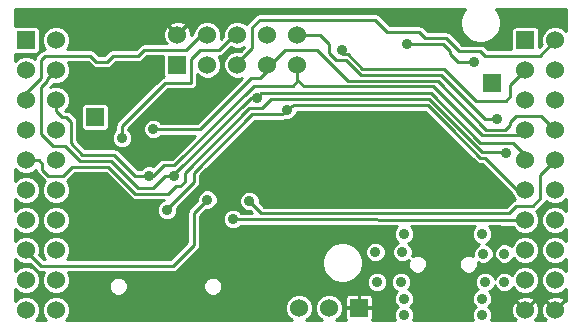
<source format=gbl>
G04 (created by PCBNEW (2013-07-07 BZR 4022)-stable) date 29/12/2013 19:41:28*
%MOIN*%
G04 Gerber Fmt 3.4, Leading zero omitted, Abs format*
%FSLAX34Y34*%
G01*
G70*
G90*
G04 APERTURE LIST*
%ADD10C,0.00590551*%
%ADD11R,0.06X0.06*%
%ADD12C,0.06*%
%ADD13C,0.035*%
%ADD14C,0.01*%
%ADD15C,0.00984252*%
G04 APERTURE END LIST*
G54D10*
G54D11*
X81100Y-69900D03*
G54D12*
X80100Y-69900D03*
X79100Y-69900D03*
G54D11*
X70000Y-60984D03*
G54D12*
X71000Y-60984D03*
X70000Y-61984D03*
X71000Y-61984D03*
X70000Y-62984D03*
X71000Y-62984D03*
X70000Y-63984D03*
X71000Y-63984D03*
X70000Y-64984D03*
X71000Y-64984D03*
X70000Y-65984D03*
X71000Y-65984D03*
X70000Y-66984D03*
X71000Y-66984D03*
X70000Y-67984D03*
X71000Y-67984D03*
X70000Y-68984D03*
X71000Y-68984D03*
X70000Y-69984D03*
X71000Y-69984D03*
G54D11*
X86650Y-60984D03*
G54D12*
X87650Y-60984D03*
X86650Y-61984D03*
X87650Y-61984D03*
X86650Y-62984D03*
X87650Y-62984D03*
X86650Y-63984D03*
X87650Y-63984D03*
X86650Y-64984D03*
X87650Y-64984D03*
X86650Y-65984D03*
X87650Y-65984D03*
X86650Y-66984D03*
X87650Y-66984D03*
X86650Y-67984D03*
X87650Y-67984D03*
X86650Y-68984D03*
X87650Y-68984D03*
X86650Y-69984D03*
X87650Y-69984D03*
G54D11*
X85550Y-62400D03*
X75050Y-61800D03*
G54D12*
X75050Y-60800D03*
X76050Y-61800D03*
X76050Y-60800D03*
X77050Y-61800D03*
X77050Y-60800D03*
X78050Y-61800D03*
X78050Y-60800D03*
X79050Y-61800D03*
X79050Y-60800D03*
G54D11*
X72300Y-63550D03*
G54D13*
X73200Y-64250D03*
X80550Y-61300D03*
X85700Y-63600D03*
X86000Y-64750D03*
X76900Y-66950D03*
X74250Y-63950D03*
X77700Y-62900D03*
X74950Y-65500D03*
X74100Y-65500D03*
X78700Y-63300D03*
X74700Y-66650D03*
X84950Y-61700D03*
X82700Y-61100D03*
X76050Y-66300D03*
X77450Y-66350D03*
X72400Y-69500D03*
X77600Y-69500D03*
X77600Y-68500D03*
X71850Y-65550D03*
X77300Y-65050D03*
X77700Y-65450D03*
X71800Y-69500D03*
X72400Y-69000D03*
X77600Y-69000D03*
X78300Y-69500D03*
X83875Y-68550D03*
X77100Y-68200D03*
X78400Y-67600D03*
X73150Y-62700D03*
X72500Y-60550D03*
X72450Y-61300D03*
X76150Y-62975D03*
X80450Y-63900D03*
X82700Y-63900D03*
X85200Y-70150D03*
X85200Y-69600D03*
X81700Y-69050D03*
X82500Y-69050D03*
X82600Y-69600D03*
X82600Y-70150D03*
X82600Y-67450D03*
X85200Y-67450D03*
X85250Y-68100D03*
X85950Y-69050D03*
X85300Y-69050D03*
X85950Y-68100D03*
X82550Y-68050D03*
X81650Y-68050D03*
G54D14*
X76050Y-60800D02*
X75850Y-60800D01*
X72350Y-61700D02*
X72700Y-61700D01*
X72700Y-61700D02*
X72900Y-61500D01*
X72900Y-61500D02*
X73750Y-61500D01*
X72150Y-61500D02*
X72350Y-61700D01*
X70650Y-61500D02*
X72150Y-61500D01*
X70500Y-62250D02*
X70500Y-61650D01*
X70000Y-62750D02*
X70500Y-62250D01*
X70000Y-62750D02*
X70000Y-62984D01*
X70500Y-61650D02*
X70650Y-61500D01*
X73950Y-61300D02*
X73750Y-61500D01*
X75350Y-61300D02*
X73950Y-61300D01*
X75850Y-60800D02*
X75350Y-61300D01*
X77550Y-60650D02*
X77550Y-60550D01*
X87134Y-61500D02*
X87650Y-60984D01*
X85300Y-61500D02*
X87134Y-61500D01*
X85150Y-61350D02*
X85300Y-61500D01*
X84450Y-61350D02*
X85150Y-61350D01*
X84000Y-60900D02*
X84450Y-61350D01*
X83300Y-60900D02*
X84000Y-60900D01*
X83100Y-60700D02*
X83300Y-60900D01*
X82050Y-60700D02*
X83100Y-60700D01*
X81650Y-60300D02*
X82050Y-60700D01*
X77800Y-60300D02*
X81650Y-60300D01*
X77550Y-60550D02*
X77800Y-60300D01*
X77050Y-61800D02*
X77050Y-61750D01*
X77550Y-61250D02*
X77550Y-60650D01*
X77550Y-60650D02*
X77550Y-60630D01*
X77050Y-61750D02*
X77550Y-61250D01*
X75500Y-62400D02*
X74650Y-62400D01*
X76950Y-60800D02*
X76450Y-61300D01*
X76450Y-61300D02*
X75800Y-61300D01*
X75800Y-61300D02*
X75500Y-61600D01*
X75500Y-61600D02*
X75500Y-62400D01*
X76950Y-60800D02*
X77050Y-60800D01*
X73200Y-63850D02*
X73200Y-64250D01*
X74650Y-62400D02*
X73200Y-63850D01*
X81215Y-61934D02*
X83934Y-61934D01*
X86150Y-62484D02*
X86650Y-61984D01*
X86150Y-62850D02*
X86150Y-62484D01*
X86000Y-63000D02*
X86150Y-62850D01*
X85000Y-63000D02*
X86000Y-63000D01*
X83934Y-61934D02*
X85000Y-63000D01*
X80550Y-61300D02*
X80430Y-61300D01*
X80730Y-61450D02*
X81215Y-61934D01*
X80580Y-61450D02*
X80730Y-61450D01*
X80430Y-61300D02*
X80580Y-61450D01*
X81215Y-61934D02*
X81230Y-61950D01*
X79050Y-60800D02*
X79800Y-60800D01*
X83850Y-62150D02*
X81175Y-62150D01*
X83850Y-62150D02*
X85300Y-63600D01*
X85300Y-63600D02*
X85700Y-63600D01*
X81175Y-62150D02*
X80675Y-61650D01*
X80350Y-61650D02*
X80675Y-61650D01*
X80100Y-61400D02*
X80350Y-61650D01*
X80100Y-61100D02*
X80100Y-61400D01*
X79800Y-60800D02*
X80100Y-61100D01*
X85200Y-64700D02*
X85950Y-64700D01*
X83445Y-62950D02*
X85195Y-64700D01*
X85195Y-64700D02*
X85200Y-64700D01*
X75300Y-65550D02*
X75300Y-65400D01*
X78180Y-62950D02*
X81100Y-62950D01*
X77880Y-63250D02*
X78180Y-62950D01*
X77450Y-63250D02*
X77880Y-63250D01*
X75300Y-65400D02*
X77450Y-63250D01*
X81100Y-62950D02*
X83445Y-62950D01*
X85950Y-64700D02*
X86000Y-64750D01*
X70000Y-64984D02*
X70434Y-64984D01*
X75300Y-65700D02*
X75300Y-65550D01*
X75300Y-65550D02*
X75300Y-65533D01*
X75150Y-65850D02*
X75300Y-65700D01*
X75000Y-65850D02*
X75150Y-65850D01*
X74750Y-66100D02*
X75000Y-65850D01*
X73650Y-66100D02*
X74750Y-66100D01*
X72750Y-65200D02*
X73650Y-66100D01*
X71550Y-65200D02*
X72750Y-65200D01*
X71250Y-65500D02*
X71550Y-65200D01*
X70750Y-65500D02*
X71250Y-65500D01*
X70550Y-65300D02*
X70750Y-65500D01*
X70550Y-65100D02*
X70550Y-65300D01*
X70434Y-64984D02*
X70550Y-65100D01*
X76900Y-66950D02*
X86650Y-66984D01*
X79450Y-61300D02*
X79700Y-61300D01*
X78150Y-61800D02*
X78650Y-61300D01*
X78650Y-61300D02*
X79450Y-61300D01*
X78050Y-61800D02*
X78150Y-61800D01*
X87166Y-63500D02*
X87650Y-63984D01*
X86350Y-63500D02*
X87166Y-63500D01*
X86150Y-63700D02*
X86350Y-63500D01*
X86150Y-63800D02*
X86150Y-63700D01*
X85980Y-63969D02*
X86150Y-63800D01*
X85350Y-63969D02*
X85980Y-63969D01*
X83730Y-62350D02*
X85350Y-63969D01*
X80750Y-62350D02*
X83730Y-62350D01*
X79700Y-61300D02*
X80750Y-62350D01*
X78050Y-61800D02*
X78050Y-62000D01*
X75800Y-63950D02*
X74250Y-63950D01*
X77500Y-62250D02*
X75800Y-63950D01*
X77800Y-62250D02*
X77500Y-62250D01*
X78050Y-62000D02*
X77800Y-62250D01*
X74950Y-65500D02*
X74950Y-65450D01*
X77500Y-62900D02*
X77700Y-62900D01*
X74950Y-65450D02*
X77500Y-62900D01*
X86650Y-64984D02*
X86650Y-64800D01*
X86650Y-64800D02*
X86250Y-64400D01*
X86250Y-64400D02*
X85150Y-64400D01*
X85150Y-64400D02*
X83500Y-62750D01*
X83500Y-62750D02*
X77850Y-62750D01*
X77850Y-62750D02*
X77700Y-62900D01*
X70500Y-64100D02*
X70500Y-62550D01*
X74650Y-65500D02*
X74250Y-65900D01*
X74250Y-65900D02*
X73750Y-65900D01*
X73750Y-65900D02*
X72850Y-65000D01*
X72850Y-65000D02*
X71800Y-65000D01*
X71800Y-65000D02*
X71300Y-64500D01*
X71300Y-64500D02*
X70900Y-64500D01*
X70900Y-64500D02*
X70500Y-64100D01*
X74950Y-65500D02*
X74650Y-65500D01*
X70700Y-62284D02*
X71000Y-61984D01*
X70700Y-62350D02*
X70700Y-62284D01*
X70500Y-62550D02*
X70700Y-62350D01*
X74950Y-65500D02*
X75000Y-65500D01*
X80880Y-62530D02*
X79269Y-62530D01*
X86650Y-63984D02*
X86484Y-64150D01*
X85200Y-64150D02*
X86484Y-64150D01*
X83580Y-62530D02*
X85200Y-64150D01*
X80880Y-62530D02*
X83580Y-62530D01*
X79050Y-62310D02*
X79050Y-62350D01*
X79269Y-62530D02*
X79050Y-62310D01*
X74100Y-65500D02*
X74250Y-65500D01*
X79050Y-62350D02*
X79050Y-61800D01*
X78900Y-62500D02*
X79050Y-62350D01*
X77600Y-62500D02*
X78900Y-62500D01*
X74950Y-65150D02*
X77600Y-62500D01*
X74600Y-65150D02*
X74950Y-65150D01*
X74250Y-65500D02*
X74600Y-65150D01*
X79050Y-61800D02*
X79045Y-61800D01*
X71000Y-62984D02*
X71000Y-63350D01*
X73650Y-65500D02*
X74100Y-65500D01*
X72950Y-64800D02*
X73650Y-65500D01*
X71880Y-64800D02*
X72950Y-64800D01*
X71500Y-64419D02*
X71880Y-64800D01*
X71500Y-63700D02*
X71500Y-64419D01*
X71350Y-63550D02*
X71500Y-63700D01*
X71200Y-63550D02*
X71350Y-63550D01*
X71000Y-63350D02*
X71200Y-63550D01*
X74700Y-66650D02*
X74700Y-66600D01*
X78550Y-63450D02*
X78700Y-63300D01*
X77550Y-63450D02*
X78550Y-63450D01*
X75600Y-65400D02*
X77550Y-63450D01*
X75600Y-65700D02*
X75600Y-65400D01*
X74700Y-66600D02*
X75600Y-65700D01*
X86650Y-65984D02*
X86384Y-65984D01*
X78930Y-63150D02*
X83390Y-63150D01*
X78700Y-63300D02*
X78700Y-63280D01*
X78700Y-63280D02*
X78930Y-63150D01*
X83390Y-63150D02*
X84170Y-63929D01*
X85140Y-64900D02*
X84170Y-63929D01*
X85300Y-64900D02*
X85140Y-64900D01*
X86384Y-65984D02*
X85300Y-64900D01*
X82700Y-61100D02*
X83900Y-61100D01*
X84400Y-61700D02*
X84950Y-61700D01*
X84150Y-61450D02*
X84400Y-61700D01*
X84150Y-61350D02*
X84150Y-61450D01*
X83900Y-61100D02*
X84150Y-61350D01*
X70000Y-68000D02*
X70000Y-67984D01*
X70500Y-68500D02*
X74250Y-68500D01*
X70000Y-68000D02*
X70500Y-68500D01*
X74900Y-68500D02*
X74250Y-68500D01*
X75600Y-67800D02*
X74900Y-68500D01*
X75600Y-66750D02*
X75600Y-67800D01*
X76050Y-66300D02*
X75600Y-66750D01*
X78200Y-66750D02*
X77850Y-66750D01*
X86350Y-66500D02*
X86100Y-66750D01*
X86100Y-66750D02*
X78200Y-66750D01*
X87650Y-64984D02*
X87150Y-65484D01*
X87150Y-66250D02*
X87150Y-65484D01*
X86900Y-66500D02*
X87150Y-66250D01*
X86900Y-66500D02*
X86350Y-66500D01*
X77850Y-66750D02*
X77450Y-66350D01*
X77800Y-68200D02*
X77100Y-68200D01*
X78400Y-67600D02*
X77800Y-68200D01*
X73150Y-62700D02*
X73150Y-63375D01*
X72500Y-61250D02*
X72500Y-60550D01*
X72450Y-61300D02*
X72500Y-61250D01*
X74675Y-62975D02*
X76150Y-62975D01*
X73775Y-63875D02*
X74675Y-62975D01*
X73775Y-64300D02*
X73775Y-63875D01*
X73475Y-64600D02*
X73775Y-64300D01*
X73000Y-64600D02*
X73475Y-64600D01*
X72825Y-64425D02*
X73000Y-64600D01*
X72825Y-63700D02*
X72825Y-64425D01*
X73150Y-63375D02*
X72825Y-63700D01*
X80450Y-63900D02*
X82700Y-63900D01*
G54D10*
G36*
X77283Y-61209D02*
X77155Y-61337D01*
X77143Y-61332D01*
X76957Y-61332D01*
X76785Y-61403D01*
X76654Y-61534D01*
X76582Y-61706D01*
X76582Y-61892D01*
X76653Y-62064D01*
X76784Y-62195D01*
X76956Y-62267D01*
X77142Y-62267D01*
X77198Y-62244D01*
X75709Y-63732D01*
X74516Y-63732D01*
X74444Y-63659D01*
X74318Y-63607D01*
X74182Y-63607D01*
X74056Y-63659D01*
X73959Y-63755D01*
X73907Y-63881D01*
X73907Y-64017D01*
X73959Y-64143D01*
X74055Y-64240D01*
X74181Y-64292D01*
X74317Y-64292D01*
X74443Y-64240D01*
X74516Y-64167D01*
X75625Y-64167D01*
X74859Y-64932D01*
X74600Y-64932D01*
X74516Y-64949D01*
X74446Y-64996D01*
X74446Y-64996D01*
X74446Y-64996D01*
X74250Y-65191D01*
X74168Y-65157D01*
X74032Y-65157D01*
X73906Y-65209D01*
X73833Y-65282D01*
X73740Y-65282D01*
X73103Y-64646D01*
X73033Y-64599D01*
X72950Y-64582D01*
X72767Y-64582D01*
X72767Y-63816D01*
X72767Y-63216D01*
X72741Y-63155D01*
X72694Y-63108D01*
X72633Y-63082D01*
X72566Y-63082D01*
X71966Y-63082D01*
X71905Y-63108D01*
X71858Y-63155D01*
X71832Y-63216D01*
X71832Y-63283D01*
X71832Y-63883D01*
X71858Y-63944D01*
X71905Y-63991D01*
X71966Y-64017D01*
X72033Y-64017D01*
X72633Y-64017D01*
X72694Y-63991D01*
X72741Y-63944D01*
X72767Y-63883D01*
X72767Y-63816D01*
X72767Y-64582D01*
X71970Y-64582D01*
X71717Y-64329D01*
X71717Y-63700D01*
X71700Y-63616D01*
X71700Y-63616D01*
X71653Y-63546D01*
X71503Y-63396D01*
X71433Y-63349D01*
X71350Y-63332D01*
X71312Y-63332D01*
X71395Y-63249D01*
X71467Y-63077D01*
X71467Y-62891D01*
X71396Y-62719D01*
X71265Y-62588D01*
X71093Y-62516D01*
X70907Y-62516D01*
X70793Y-62563D01*
X70853Y-62503D01*
X70892Y-62445D01*
X70906Y-62451D01*
X71092Y-62451D01*
X71264Y-62380D01*
X71395Y-62249D01*
X71467Y-62077D01*
X71467Y-61891D01*
X71396Y-61719D01*
X71394Y-61717D01*
X72059Y-61717D01*
X72196Y-61853D01*
X72266Y-61900D01*
X72266Y-61900D01*
X72350Y-61917D01*
X72700Y-61917D01*
X72783Y-61900D01*
X72783Y-61900D01*
X72853Y-61853D01*
X72990Y-61717D01*
X73750Y-61717D01*
X73833Y-61700D01*
X73833Y-61700D01*
X73903Y-61653D01*
X74040Y-61517D01*
X74582Y-61517D01*
X74582Y-61533D01*
X74582Y-62133D01*
X74606Y-62191D01*
X74566Y-62199D01*
X74496Y-62246D01*
X73046Y-63696D01*
X72999Y-63766D01*
X72982Y-63850D01*
X72982Y-63983D01*
X72909Y-64055D01*
X72857Y-64181D01*
X72857Y-64317D01*
X72909Y-64443D01*
X73005Y-64540D01*
X73131Y-64592D01*
X73267Y-64592D01*
X73393Y-64540D01*
X73490Y-64444D01*
X73542Y-64318D01*
X73542Y-64182D01*
X73490Y-64056D01*
X73417Y-63983D01*
X73417Y-63940D01*
X74740Y-62617D01*
X75500Y-62617D01*
X75583Y-62600D01*
X75653Y-62553D01*
X75700Y-62483D01*
X75717Y-62400D01*
X75717Y-62128D01*
X75784Y-62195D01*
X75956Y-62267D01*
X76142Y-62267D01*
X76314Y-62196D01*
X76445Y-62065D01*
X76517Y-61893D01*
X76517Y-61707D01*
X76446Y-61535D01*
X76428Y-61517D01*
X76450Y-61517D01*
X76533Y-61500D01*
X76533Y-61500D01*
X76603Y-61453D01*
X76838Y-61218D01*
X76956Y-61267D01*
X77142Y-61267D01*
X77283Y-61209D01*
X77283Y-61209D01*
G37*
G54D15*
X77283Y-61209D02*
X77155Y-61337D01*
X77143Y-61332D01*
X76957Y-61332D01*
X76785Y-61403D01*
X76654Y-61534D01*
X76582Y-61706D01*
X76582Y-61892D01*
X76653Y-62064D01*
X76784Y-62195D01*
X76956Y-62267D01*
X77142Y-62267D01*
X77198Y-62244D01*
X75709Y-63732D01*
X74516Y-63732D01*
X74444Y-63659D01*
X74318Y-63607D01*
X74182Y-63607D01*
X74056Y-63659D01*
X73959Y-63755D01*
X73907Y-63881D01*
X73907Y-64017D01*
X73959Y-64143D01*
X74055Y-64240D01*
X74181Y-64292D01*
X74317Y-64292D01*
X74443Y-64240D01*
X74516Y-64167D01*
X75625Y-64167D01*
X74859Y-64932D01*
X74600Y-64932D01*
X74516Y-64949D01*
X74446Y-64996D01*
X74446Y-64996D01*
X74446Y-64996D01*
X74250Y-65191D01*
X74168Y-65157D01*
X74032Y-65157D01*
X73906Y-65209D01*
X73833Y-65282D01*
X73740Y-65282D01*
X73103Y-64646D01*
X73033Y-64599D01*
X72950Y-64582D01*
X72767Y-64582D01*
X72767Y-63816D01*
X72767Y-63216D01*
X72741Y-63155D01*
X72694Y-63108D01*
X72633Y-63082D01*
X72566Y-63082D01*
X71966Y-63082D01*
X71905Y-63108D01*
X71858Y-63155D01*
X71832Y-63216D01*
X71832Y-63283D01*
X71832Y-63883D01*
X71858Y-63944D01*
X71905Y-63991D01*
X71966Y-64017D01*
X72033Y-64017D01*
X72633Y-64017D01*
X72694Y-63991D01*
X72741Y-63944D01*
X72767Y-63883D01*
X72767Y-63816D01*
X72767Y-64582D01*
X71970Y-64582D01*
X71717Y-64329D01*
X71717Y-63700D01*
X71700Y-63616D01*
X71700Y-63616D01*
X71653Y-63546D01*
X71503Y-63396D01*
X71433Y-63349D01*
X71350Y-63332D01*
X71312Y-63332D01*
X71395Y-63249D01*
X71467Y-63077D01*
X71467Y-62891D01*
X71396Y-62719D01*
X71265Y-62588D01*
X71093Y-62516D01*
X70907Y-62516D01*
X70793Y-62563D01*
X70853Y-62503D01*
X70892Y-62445D01*
X70906Y-62451D01*
X71092Y-62451D01*
X71264Y-62380D01*
X71395Y-62249D01*
X71467Y-62077D01*
X71467Y-61891D01*
X71396Y-61719D01*
X71394Y-61717D01*
X72059Y-61717D01*
X72196Y-61853D01*
X72266Y-61900D01*
X72266Y-61900D01*
X72350Y-61917D01*
X72700Y-61917D01*
X72783Y-61900D01*
X72783Y-61900D01*
X72853Y-61853D01*
X72990Y-61717D01*
X73750Y-61717D01*
X73833Y-61700D01*
X73833Y-61700D01*
X73903Y-61653D01*
X74040Y-61517D01*
X74582Y-61517D01*
X74582Y-61533D01*
X74582Y-62133D01*
X74606Y-62191D01*
X74566Y-62199D01*
X74496Y-62246D01*
X73046Y-63696D01*
X72999Y-63766D01*
X72982Y-63850D01*
X72982Y-63983D01*
X72909Y-64055D01*
X72857Y-64181D01*
X72857Y-64317D01*
X72909Y-64443D01*
X73005Y-64540D01*
X73131Y-64592D01*
X73267Y-64592D01*
X73393Y-64540D01*
X73490Y-64444D01*
X73542Y-64318D01*
X73542Y-64182D01*
X73490Y-64056D01*
X73417Y-63983D01*
X73417Y-63940D01*
X74740Y-62617D01*
X75500Y-62617D01*
X75583Y-62600D01*
X75653Y-62553D01*
X75700Y-62483D01*
X75717Y-62400D01*
X75717Y-62128D01*
X75784Y-62195D01*
X75956Y-62267D01*
X76142Y-62267D01*
X76314Y-62196D01*
X76445Y-62065D01*
X76517Y-61893D01*
X76517Y-61707D01*
X76446Y-61535D01*
X76428Y-61517D01*
X76450Y-61517D01*
X76533Y-61500D01*
X76533Y-61500D01*
X76603Y-61453D01*
X76838Y-61218D01*
X76956Y-61267D01*
X77142Y-61267D01*
X77283Y-61209D01*
G54D10*
G36*
X88003Y-60676D02*
X87915Y-60588D01*
X87743Y-60516D01*
X87557Y-60516D01*
X87385Y-60587D01*
X87254Y-60718D01*
X87182Y-60890D01*
X87182Y-61076D01*
X87202Y-61124D01*
X87117Y-61209D01*
X87117Y-60650D01*
X87091Y-60589D01*
X87044Y-60542D01*
X86983Y-60516D01*
X86916Y-60516D01*
X86316Y-60516D01*
X86255Y-60542D01*
X86208Y-60589D01*
X86182Y-60650D01*
X86182Y-60717D01*
X86182Y-61282D01*
X85390Y-61282D01*
X85303Y-61196D01*
X85233Y-61149D01*
X85150Y-61132D01*
X84540Y-61132D01*
X84153Y-60746D01*
X84083Y-60699D01*
X84000Y-60682D01*
X83390Y-60682D01*
X83253Y-60546D01*
X83183Y-60499D01*
X83100Y-60482D01*
X82140Y-60482D01*
X81803Y-60146D01*
X81733Y-60099D01*
X81650Y-60082D01*
X77800Y-60082D01*
X77716Y-60099D01*
X77646Y-60146D01*
X77396Y-60396D01*
X77360Y-60449D01*
X77315Y-60404D01*
X77143Y-60332D01*
X76957Y-60332D01*
X76785Y-60403D01*
X76654Y-60534D01*
X76582Y-60706D01*
X76582Y-60860D01*
X76494Y-60948D01*
X76517Y-60893D01*
X76517Y-60707D01*
X76446Y-60535D01*
X76315Y-60404D01*
X76143Y-60332D01*
X75957Y-60332D01*
X75785Y-60403D01*
X75654Y-60534D01*
X75582Y-60706D01*
X75582Y-60759D01*
X75516Y-60825D01*
X75518Y-60715D01*
X75451Y-60542D01*
X75441Y-60527D01*
X75364Y-60499D01*
X75350Y-60513D01*
X75350Y-60485D01*
X75322Y-60408D01*
X75151Y-60334D01*
X74965Y-60331D01*
X74792Y-60398D01*
X74777Y-60408D01*
X74749Y-60485D01*
X75050Y-60786D01*
X75350Y-60485D01*
X75350Y-60513D01*
X75063Y-60800D01*
X75069Y-60805D01*
X75055Y-60819D01*
X75050Y-60813D01*
X75044Y-60819D01*
X75030Y-60805D01*
X75036Y-60800D01*
X74735Y-60499D01*
X74658Y-60527D01*
X74584Y-60698D01*
X74581Y-60884D01*
X74648Y-61057D01*
X74658Y-61072D01*
X74687Y-61082D01*
X73950Y-61082D01*
X73866Y-61099D01*
X73796Y-61146D01*
X73659Y-61282D01*
X72900Y-61282D01*
X72816Y-61299D01*
X72746Y-61346D01*
X72609Y-61482D01*
X72440Y-61482D01*
X72303Y-61346D01*
X72233Y-61299D01*
X72150Y-61282D01*
X71362Y-61282D01*
X71395Y-61249D01*
X71467Y-61077D01*
X71467Y-60891D01*
X71396Y-60719D01*
X71265Y-60588D01*
X71093Y-60516D01*
X70907Y-60516D01*
X70735Y-60587D01*
X70604Y-60718D01*
X70532Y-60890D01*
X70532Y-61076D01*
X70603Y-61248D01*
X70639Y-61284D01*
X70566Y-61299D01*
X70496Y-61346D01*
X70346Y-61496D01*
X70299Y-61566D01*
X70290Y-61613D01*
X70265Y-61588D01*
X70093Y-61516D01*
X69907Y-61516D01*
X69735Y-61587D01*
X69646Y-61676D01*
X69646Y-61443D01*
X69666Y-61451D01*
X69733Y-61451D01*
X70333Y-61451D01*
X70394Y-61425D01*
X70441Y-61378D01*
X70467Y-61317D01*
X70467Y-61250D01*
X70467Y-60650D01*
X70441Y-60589D01*
X70394Y-60542D01*
X70333Y-60516D01*
X70266Y-60516D01*
X69666Y-60516D01*
X69646Y-60524D01*
X69646Y-59946D01*
X84626Y-59946D01*
X84524Y-60098D01*
X84524Y-60099D01*
X84494Y-60170D01*
X84456Y-60361D01*
X84456Y-60400D01*
X84456Y-60438D01*
X84494Y-60629D01*
X84524Y-60700D01*
X84524Y-60701D01*
X84632Y-60862D01*
X84686Y-60917D01*
X84687Y-60917D01*
X84848Y-61025D01*
X84849Y-61025D01*
X84920Y-61055D01*
X85110Y-61092D01*
X85111Y-61093D01*
X85188Y-61093D01*
X85379Y-61055D01*
X85450Y-61025D01*
X85451Y-61025D01*
X85612Y-60917D01*
X85667Y-60863D01*
X85667Y-60862D01*
X85775Y-60701D01*
X85775Y-60700D01*
X85805Y-60629D01*
X85842Y-60438D01*
X85842Y-60438D01*
X85842Y-60438D01*
X85842Y-60438D01*
X85842Y-60400D01*
X85842Y-60361D01*
X85842Y-60361D01*
X85842Y-60361D01*
X85842Y-60361D01*
X85805Y-60170D01*
X85775Y-60099D01*
X85775Y-60098D01*
X85673Y-59946D01*
X88003Y-59946D01*
X88003Y-60676D01*
X88003Y-60676D01*
G37*
G54D15*
X88003Y-60676D02*
X87915Y-60588D01*
X87743Y-60516D01*
X87557Y-60516D01*
X87385Y-60587D01*
X87254Y-60718D01*
X87182Y-60890D01*
X87182Y-61076D01*
X87202Y-61124D01*
X87117Y-61209D01*
X87117Y-60650D01*
X87091Y-60589D01*
X87044Y-60542D01*
X86983Y-60516D01*
X86916Y-60516D01*
X86316Y-60516D01*
X86255Y-60542D01*
X86208Y-60589D01*
X86182Y-60650D01*
X86182Y-60717D01*
X86182Y-61282D01*
X85390Y-61282D01*
X85303Y-61196D01*
X85233Y-61149D01*
X85150Y-61132D01*
X84540Y-61132D01*
X84153Y-60746D01*
X84083Y-60699D01*
X84000Y-60682D01*
X83390Y-60682D01*
X83253Y-60546D01*
X83183Y-60499D01*
X83100Y-60482D01*
X82140Y-60482D01*
X81803Y-60146D01*
X81733Y-60099D01*
X81650Y-60082D01*
X77800Y-60082D01*
X77716Y-60099D01*
X77646Y-60146D01*
X77396Y-60396D01*
X77360Y-60449D01*
X77315Y-60404D01*
X77143Y-60332D01*
X76957Y-60332D01*
X76785Y-60403D01*
X76654Y-60534D01*
X76582Y-60706D01*
X76582Y-60860D01*
X76494Y-60948D01*
X76517Y-60893D01*
X76517Y-60707D01*
X76446Y-60535D01*
X76315Y-60404D01*
X76143Y-60332D01*
X75957Y-60332D01*
X75785Y-60403D01*
X75654Y-60534D01*
X75582Y-60706D01*
X75582Y-60759D01*
X75516Y-60825D01*
X75518Y-60715D01*
X75451Y-60542D01*
X75441Y-60527D01*
X75364Y-60499D01*
X75350Y-60513D01*
X75350Y-60485D01*
X75322Y-60408D01*
X75151Y-60334D01*
X74965Y-60331D01*
X74792Y-60398D01*
X74777Y-60408D01*
X74749Y-60485D01*
X75050Y-60786D01*
X75350Y-60485D01*
X75350Y-60513D01*
X75063Y-60800D01*
X75069Y-60805D01*
X75055Y-60819D01*
X75050Y-60813D01*
X75044Y-60819D01*
X75030Y-60805D01*
X75036Y-60800D01*
X74735Y-60499D01*
X74658Y-60527D01*
X74584Y-60698D01*
X74581Y-60884D01*
X74648Y-61057D01*
X74658Y-61072D01*
X74687Y-61082D01*
X73950Y-61082D01*
X73866Y-61099D01*
X73796Y-61146D01*
X73659Y-61282D01*
X72900Y-61282D01*
X72816Y-61299D01*
X72746Y-61346D01*
X72609Y-61482D01*
X72440Y-61482D01*
X72303Y-61346D01*
X72233Y-61299D01*
X72150Y-61282D01*
X71362Y-61282D01*
X71395Y-61249D01*
X71467Y-61077D01*
X71467Y-60891D01*
X71396Y-60719D01*
X71265Y-60588D01*
X71093Y-60516D01*
X70907Y-60516D01*
X70735Y-60587D01*
X70604Y-60718D01*
X70532Y-60890D01*
X70532Y-61076D01*
X70603Y-61248D01*
X70639Y-61284D01*
X70566Y-61299D01*
X70496Y-61346D01*
X70346Y-61496D01*
X70299Y-61566D01*
X70290Y-61613D01*
X70265Y-61588D01*
X70093Y-61516D01*
X69907Y-61516D01*
X69735Y-61587D01*
X69646Y-61676D01*
X69646Y-61443D01*
X69666Y-61451D01*
X69733Y-61451D01*
X70333Y-61451D01*
X70394Y-61425D01*
X70441Y-61378D01*
X70467Y-61317D01*
X70467Y-61250D01*
X70467Y-60650D01*
X70441Y-60589D01*
X70394Y-60542D01*
X70333Y-60516D01*
X70266Y-60516D01*
X69666Y-60516D01*
X69646Y-60524D01*
X69646Y-59946D01*
X84626Y-59946D01*
X84524Y-60098D01*
X84524Y-60099D01*
X84494Y-60170D01*
X84456Y-60361D01*
X84456Y-60400D01*
X84456Y-60438D01*
X84494Y-60629D01*
X84524Y-60700D01*
X84524Y-60701D01*
X84632Y-60862D01*
X84686Y-60917D01*
X84687Y-60917D01*
X84848Y-61025D01*
X84849Y-61025D01*
X84920Y-61055D01*
X85110Y-61092D01*
X85111Y-61093D01*
X85188Y-61093D01*
X85379Y-61055D01*
X85450Y-61025D01*
X85451Y-61025D01*
X85612Y-60917D01*
X85667Y-60863D01*
X85667Y-60862D01*
X85775Y-60701D01*
X85775Y-60700D01*
X85805Y-60629D01*
X85842Y-60438D01*
X85842Y-60438D01*
X85842Y-60438D01*
X85842Y-60438D01*
X85842Y-60400D01*
X85842Y-60361D01*
X85842Y-60361D01*
X85842Y-60361D01*
X85842Y-60361D01*
X85805Y-60170D01*
X85775Y-60099D01*
X85775Y-60098D01*
X85673Y-59946D01*
X88003Y-59946D01*
X88003Y-60676D01*
G54D10*
G36*
X88003Y-69697D02*
X87964Y-69683D01*
X87950Y-69697D01*
X87950Y-69669D01*
X87922Y-69592D01*
X87751Y-69518D01*
X87565Y-69515D01*
X87392Y-69582D01*
X87377Y-69592D01*
X87349Y-69669D01*
X87650Y-69970D01*
X87950Y-69669D01*
X87950Y-69697D01*
X87663Y-69984D01*
X87669Y-69989D01*
X87655Y-70003D01*
X87650Y-69997D01*
X87644Y-70003D01*
X87636Y-69995D01*
X87630Y-69989D01*
X87636Y-69984D01*
X87335Y-69683D01*
X87258Y-69711D01*
X87184Y-69882D01*
X87181Y-70068D01*
X87248Y-70241D01*
X87258Y-70256D01*
X87335Y-70284D01*
X87316Y-70303D01*
X87118Y-70303D01*
X86983Y-70303D01*
X86964Y-70284D01*
X87041Y-70256D01*
X87115Y-70085D01*
X87118Y-69899D01*
X87051Y-69726D01*
X87041Y-69711D01*
X86964Y-69683D01*
X86950Y-69697D01*
X86950Y-69669D01*
X86922Y-69592D01*
X86751Y-69518D01*
X86565Y-69515D01*
X86392Y-69582D01*
X86377Y-69592D01*
X86349Y-69669D01*
X86650Y-69970D01*
X86950Y-69669D01*
X86950Y-69697D01*
X86663Y-69984D01*
X86669Y-69989D01*
X86655Y-70003D01*
X86650Y-69997D01*
X86644Y-70003D01*
X86636Y-69995D01*
X86630Y-69989D01*
X86636Y-69984D01*
X86335Y-69683D01*
X86258Y-69711D01*
X86184Y-69882D01*
X86181Y-70068D01*
X86248Y-70241D01*
X86258Y-70256D01*
X86335Y-70284D01*
X86316Y-70303D01*
X85507Y-70303D01*
X85542Y-70218D01*
X85542Y-70082D01*
X85490Y-69956D01*
X85409Y-69874D01*
X85490Y-69794D01*
X85542Y-69668D01*
X85542Y-69532D01*
X85490Y-69406D01*
X85444Y-69360D01*
X85493Y-69340D01*
X85590Y-69244D01*
X85625Y-69159D01*
X85659Y-69243D01*
X85755Y-69340D01*
X85881Y-69392D01*
X86017Y-69392D01*
X86143Y-69340D01*
X86240Y-69244D01*
X86245Y-69229D01*
X86253Y-69248D01*
X86384Y-69379D01*
X86556Y-69451D01*
X86742Y-69451D01*
X86914Y-69380D01*
X87045Y-69249D01*
X87117Y-69077D01*
X87117Y-68891D01*
X87117Y-67891D01*
X87046Y-67719D01*
X86915Y-67588D01*
X86743Y-67516D01*
X86557Y-67516D01*
X86385Y-67587D01*
X86254Y-67718D01*
X86195Y-67860D01*
X86144Y-67809D01*
X86018Y-67757D01*
X85882Y-67757D01*
X85756Y-67809D01*
X85659Y-67905D01*
X85607Y-68031D01*
X85607Y-68167D01*
X85659Y-68293D01*
X85755Y-68390D01*
X85881Y-68442D01*
X86017Y-68442D01*
X86143Y-68390D01*
X86240Y-68294D01*
X86257Y-68252D01*
X86384Y-68379D01*
X86556Y-68451D01*
X86742Y-68451D01*
X86914Y-68380D01*
X87045Y-68249D01*
X87117Y-68077D01*
X87117Y-67891D01*
X87117Y-68891D01*
X87046Y-68719D01*
X86915Y-68588D01*
X86743Y-68516D01*
X86557Y-68516D01*
X86385Y-68587D01*
X86254Y-68718D01*
X86209Y-68825D01*
X86144Y-68759D01*
X86018Y-68707D01*
X85882Y-68707D01*
X85756Y-68759D01*
X85659Y-68855D01*
X85624Y-68940D01*
X85590Y-68856D01*
X85494Y-68759D01*
X85368Y-68707D01*
X85232Y-68707D01*
X85106Y-68759D01*
X85009Y-68855D01*
X84957Y-68981D01*
X84957Y-69117D01*
X85009Y-69243D01*
X85055Y-69289D01*
X85006Y-69309D01*
X84909Y-69405D01*
X84857Y-69531D01*
X84857Y-69667D01*
X84909Y-69793D01*
X84990Y-69875D01*
X84909Y-69955D01*
X84857Y-70081D01*
X84857Y-70217D01*
X84892Y-70303D01*
X82907Y-70303D01*
X82942Y-70218D01*
X82942Y-70082D01*
X82890Y-69956D01*
X82809Y-69874D01*
X82890Y-69794D01*
X82942Y-69668D01*
X82942Y-69532D01*
X82890Y-69406D01*
X82794Y-69309D01*
X82744Y-69289D01*
X82790Y-69244D01*
X82842Y-69118D01*
X82842Y-68982D01*
X82790Y-68856D01*
X82694Y-68759D01*
X82568Y-68707D01*
X82432Y-68707D01*
X82306Y-68759D01*
X82209Y-68855D01*
X82157Y-68981D01*
X82157Y-69117D01*
X82209Y-69243D01*
X82305Y-69340D01*
X82355Y-69360D01*
X82309Y-69405D01*
X82257Y-69531D01*
X82257Y-69667D01*
X82309Y-69793D01*
X82390Y-69875D01*
X82309Y-69955D01*
X82257Y-70081D01*
X82257Y-70217D01*
X82292Y-70303D01*
X82042Y-70303D01*
X82042Y-68982D01*
X81992Y-68861D01*
X81992Y-67982D01*
X81940Y-67856D01*
X81844Y-67759D01*
X81718Y-67707D01*
X81582Y-67707D01*
X81456Y-67759D01*
X81359Y-67855D01*
X81307Y-67981D01*
X81307Y-68117D01*
X81359Y-68243D01*
X81455Y-68340D01*
X81581Y-68392D01*
X81717Y-68392D01*
X81843Y-68340D01*
X81940Y-68244D01*
X81992Y-68118D01*
X81992Y-67982D01*
X81992Y-68861D01*
X81990Y-68856D01*
X81894Y-68759D01*
X81768Y-68707D01*
X81632Y-68707D01*
X81506Y-68759D01*
X81409Y-68855D01*
X81357Y-68981D01*
X81357Y-69117D01*
X81409Y-69243D01*
X81505Y-69340D01*
X81631Y-69392D01*
X81767Y-69392D01*
X81893Y-69340D01*
X81990Y-69244D01*
X82042Y-69118D01*
X82042Y-68982D01*
X82042Y-70303D01*
X81533Y-70303D01*
X81541Y-70294D01*
X81567Y-70233D01*
X81567Y-70166D01*
X81567Y-69633D01*
X81567Y-69566D01*
X81541Y-69505D01*
X81494Y-69458D01*
X81433Y-69432D01*
X81242Y-69432D01*
X81242Y-68438D01*
X81242Y-68400D01*
X81242Y-68361D01*
X81242Y-68361D01*
X81242Y-68361D01*
X81242Y-68361D01*
X81205Y-68170D01*
X81175Y-68099D01*
X81175Y-68098D01*
X81067Y-67937D01*
X81067Y-67936D01*
X81012Y-67882D01*
X80851Y-67774D01*
X80850Y-67774D01*
X80779Y-67744D01*
X80588Y-67706D01*
X80511Y-67706D01*
X80510Y-67707D01*
X80320Y-67744D01*
X80249Y-67774D01*
X80248Y-67774D01*
X80087Y-67882D01*
X80086Y-67882D01*
X80032Y-67937D01*
X79924Y-68098D01*
X79924Y-68099D01*
X79894Y-68170D01*
X79856Y-68361D01*
X79856Y-68400D01*
X79856Y-68438D01*
X79894Y-68629D01*
X79924Y-68700D01*
X79924Y-68701D01*
X80032Y-68862D01*
X80086Y-68917D01*
X80087Y-68917D01*
X80248Y-69025D01*
X80249Y-69025D01*
X80320Y-69055D01*
X80510Y-69092D01*
X80511Y-69093D01*
X80588Y-69093D01*
X80779Y-69055D01*
X80850Y-69025D01*
X80851Y-69025D01*
X81012Y-68917D01*
X81067Y-68863D01*
X81067Y-68862D01*
X81175Y-68701D01*
X81175Y-68700D01*
X81205Y-68629D01*
X81242Y-68438D01*
X81242Y-68438D01*
X81242Y-68438D01*
X81242Y-68438D01*
X81242Y-69432D01*
X81151Y-69432D01*
X81109Y-69474D01*
X81109Y-69890D01*
X81525Y-69890D01*
X81567Y-69848D01*
X81567Y-69633D01*
X81567Y-70166D01*
X81567Y-69951D01*
X81525Y-69909D01*
X81109Y-69909D01*
X81109Y-69917D01*
X81090Y-69917D01*
X81090Y-69909D01*
X81090Y-69890D01*
X81090Y-69474D01*
X81048Y-69432D01*
X80766Y-69432D01*
X80705Y-69458D01*
X80658Y-69505D01*
X80632Y-69566D01*
X80632Y-69633D01*
X80632Y-69848D01*
X80674Y-69890D01*
X81090Y-69890D01*
X81090Y-69909D01*
X80674Y-69909D01*
X80632Y-69951D01*
X80632Y-70166D01*
X80632Y-70233D01*
X80658Y-70294D01*
X80666Y-70303D01*
X80348Y-70303D01*
X80364Y-70296D01*
X80495Y-70165D01*
X80567Y-69993D01*
X80567Y-69807D01*
X80496Y-69635D01*
X80365Y-69504D01*
X80193Y-69432D01*
X80007Y-69432D01*
X79835Y-69503D01*
X79704Y-69634D01*
X79632Y-69806D01*
X79632Y-69992D01*
X79703Y-70164D01*
X79834Y-70295D01*
X79852Y-70303D01*
X79348Y-70303D01*
X79364Y-70296D01*
X79495Y-70165D01*
X79567Y-69993D01*
X79567Y-69807D01*
X79496Y-69635D01*
X79365Y-69504D01*
X79193Y-69432D01*
X79007Y-69432D01*
X78835Y-69503D01*
X78704Y-69634D01*
X78632Y-69806D01*
X78632Y-69992D01*
X78703Y-70164D01*
X78834Y-70295D01*
X78852Y-70303D01*
X76543Y-70303D01*
X76543Y-69128D01*
X76495Y-69011D01*
X76405Y-68922D01*
X76289Y-68874D01*
X76163Y-68873D01*
X76046Y-68922D01*
X75957Y-69011D01*
X75908Y-69127D01*
X75908Y-69254D01*
X75956Y-69370D01*
X76046Y-69460D01*
X76162Y-69508D01*
X76288Y-69508D01*
X76405Y-69460D01*
X76494Y-69371D01*
X76543Y-69254D01*
X76543Y-69128D01*
X76543Y-70303D01*
X73393Y-70303D01*
X73393Y-69128D01*
X73345Y-69011D01*
X73256Y-68922D01*
X73139Y-68874D01*
X73013Y-68873D01*
X72896Y-68922D01*
X72807Y-69011D01*
X72759Y-69127D01*
X72759Y-69254D01*
X72807Y-69370D01*
X72896Y-69460D01*
X73012Y-69508D01*
X73139Y-69508D01*
X73255Y-69460D01*
X73345Y-69371D01*
X73393Y-69254D01*
X73393Y-69128D01*
X73393Y-70303D01*
X71341Y-70303D01*
X71395Y-70249D01*
X71467Y-70077D01*
X71467Y-69891D01*
X71396Y-69719D01*
X71265Y-69588D01*
X71093Y-69516D01*
X70907Y-69516D01*
X70735Y-69587D01*
X70604Y-69718D01*
X70532Y-69890D01*
X70532Y-70076D01*
X70603Y-70248D01*
X70658Y-70303D01*
X70341Y-70303D01*
X70395Y-70249D01*
X70467Y-70077D01*
X70467Y-69891D01*
X70396Y-69719D01*
X70265Y-69588D01*
X70093Y-69516D01*
X69907Y-69516D01*
X69735Y-69587D01*
X69646Y-69676D01*
X69646Y-69291D01*
X69734Y-69379D01*
X69906Y-69451D01*
X70092Y-69451D01*
X70264Y-69380D01*
X70395Y-69249D01*
X70467Y-69077D01*
X70467Y-68891D01*
X70396Y-68719D01*
X70265Y-68588D01*
X70093Y-68516D01*
X69907Y-68516D01*
X69735Y-68587D01*
X69646Y-68676D01*
X69646Y-68291D01*
X69734Y-68379D01*
X69906Y-68451D01*
X70092Y-68451D01*
X70129Y-68436D01*
X70346Y-68653D01*
X70416Y-68700D01*
X70416Y-68700D01*
X70500Y-68717D01*
X70605Y-68717D01*
X70604Y-68718D01*
X70532Y-68890D01*
X70532Y-69076D01*
X70603Y-69248D01*
X70734Y-69379D01*
X70906Y-69451D01*
X71092Y-69451D01*
X71264Y-69380D01*
X71395Y-69249D01*
X71467Y-69077D01*
X71467Y-68891D01*
X71396Y-68719D01*
X71394Y-68717D01*
X74250Y-68717D01*
X74900Y-68717D01*
X74983Y-68700D01*
X74983Y-68700D01*
X75053Y-68653D01*
X75753Y-67953D01*
X75753Y-67953D01*
X75753Y-67953D01*
X75800Y-67883D01*
X75800Y-67883D01*
X75814Y-67816D01*
X75817Y-67800D01*
X75817Y-67800D01*
X75817Y-67800D01*
X75817Y-66840D01*
X76015Y-66642D01*
X76117Y-66642D01*
X76243Y-66590D01*
X76340Y-66494D01*
X76392Y-66368D01*
X76392Y-66232D01*
X76340Y-66106D01*
X76244Y-66009D01*
X76118Y-65957D01*
X75982Y-65957D01*
X75856Y-66009D01*
X75759Y-66105D01*
X75707Y-66231D01*
X75707Y-66335D01*
X75446Y-66596D01*
X75399Y-66666D01*
X75382Y-66750D01*
X75382Y-67709D01*
X74809Y-68282D01*
X74250Y-68282D01*
X71362Y-68282D01*
X71395Y-68249D01*
X71467Y-68077D01*
X71467Y-67891D01*
X71467Y-66891D01*
X71396Y-66719D01*
X71265Y-66588D01*
X71093Y-66516D01*
X70907Y-66516D01*
X70735Y-66587D01*
X70604Y-66718D01*
X70532Y-66890D01*
X70532Y-67076D01*
X70603Y-67248D01*
X70734Y-67379D01*
X70906Y-67451D01*
X71092Y-67451D01*
X71264Y-67380D01*
X71395Y-67249D01*
X71467Y-67077D01*
X71467Y-66891D01*
X71467Y-67891D01*
X71396Y-67719D01*
X71265Y-67588D01*
X71093Y-67516D01*
X70907Y-67516D01*
X70735Y-67587D01*
X70604Y-67718D01*
X70532Y-67890D01*
X70532Y-68076D01*
X70603Y-68248D01*
X70637Y-68282D01*
X70590Y-68282D01*
X70443Y-68135D01*
X70467Y-68077D01*
X70467Y-67891D01*
X70396Y-67719D01*
X70265Y-67588D01*
X70093Y-67516D01*
X69907Y-67516D01*
X69735Y-67587D01*
X69646Y-67676D01*
X69646Y-67291D01*
X69734Y-67379D01*
X69906Y-67451D01*
X70092Y-67451D01*
X70264Y-67380D01*
X70395Y-67249D01*
X70467Y-67077D01*
X70467Y-66891D01*
X70396Y-66719D01*
X70265Y-66588D01*
X70093Y-66516D01*
X69907Y-66516D01*
X69735Y-66587D01*
X69646Y-66676D01*
X69646Y-66291D01*
X69734Y-66379D01*
X69906Y-66451D01*
X70092Y-66451D01*
X70264Y-66380D01*
X70395Y-66249D01*
X70467Y-66077D01*
X70467Y-65891D01*
X70396Y-65719D01*
X70265Y-65588D01*
X70093Y-65516D01*
X69907Y-65516D01*
X69735Y-65587D01*
X69646Y-65676D01*
X69646Y-65291D01*
X69734Y-65379D01*
X69906Y-65451D01*
X70092Y-65451D01*
X70264Y-65380D01*
X70334Y-65310D01*
X70349Y-65383D01*
X70396Y-65453D01*
X70596Y-65653D01*
X70640Y-65682D01*
X70604Y-65718D01*
X70532Y-65890D01*
X70532Y-66076D01*
X70603Y-66248D01*
X70734Y-66379D01*
X70906Y-66451D01*
X71092Y-66451D01*
X71264Y-66380D01*
X71395Y-66249D01*
X71467Y-66077D01*
X71467Y-65891D01*
X71396Y-65719D01*
X71359Y-65682D01*
X71403Y-65653D01*
X71640Y-65417D01*
X72659Y-65417D01*
X73496Y-66253D01*
X73566Y-66300D01*
X73566Y-66300D01*
X73650Y-66317D01*
X74608Y-66317D01*
X74506Y-66359D01*
X74409Y-66455D01*
X74357Y-66581D01*
X74357Y-66717D01*
X74409Y-66843D01*
X74505Y-66940D01*
X74631Y-66992D01*
X74767Y-66992D01*
X74893Y-66940D01*
X74990Y-66844D01*
X75042Y-66718D01*
X75042Y-66582D01*
X75037Y-66570D01*
X75753Y-65853D01*
X75800Y-65783D01*
X75800Y-65783D01*
X75817Y-65700D01*
X75817Y-65490D01*
X77640Y-63667D01*
X78550Y-63667D01*
X78633Y-63650D01*
X78633Y-63650D01*
X78645Y-63642D01*
X78645Y-63642D01*
X78767Y-63642D01*
X78893Y-63590D01*
X78990Y-63494D01*
X79042Y-63368D01*
X79042Y-63367D01*
X83300Y-63367D01*
X84016Y-64083D01*
X84016Y-64083D01*
X84987Y-65053D01*
X85057Y-65100D01*
X85057Y-65100D01*
X85140Y-65117D01*
X85209Y-65117D01*
X86192Y-66099D01*
X86253Y-66248D01*
X86298Y-66292D01*
X86266Y-66299D01*
X86196Y-66346D01*
X86009Y-66532D01*
X78200Y-66532D01*
X77940Y-66532D01*
X77792Y-66384D01*
X77792Y-66282D01*
X77740Y-66156D01*
X77644Y-66059D01*
X77518Y-66007D01*
X77382Y-66007D01*
X77256Y-66059D01*
X77159Y-66155D01*
X77107Y-66281D01*
X77107Y-66417D01*
X77159Y-66543D01*
X77255Y-66640D01*
X77381Y-66692D01*
X77485Y-66692D01*
X77527Y-66734D01*
X77167Y-66733D01*
X77094Y-66659D01*
X76968Y-66607D01*
X76832Y-66607D01*
X76706Y-66659D01*
X76609Y-66755D01*
X76557Y-66881D01*
X76557Y-67017D01*
X76609Y-67143D01*
X76705Y-67240D01*
X76831Y-67292D01*
X76967Y-67292D01*
X77093Y-67240D01*
X77165Y-67168D01*
X82379Y-67186D01*
X82309Y-67255D01*
X82257Y-67381D01*
X82257Y-67517D01*
X82309Y-67643D01*
X82405Y-67739D01*
X82356Y-67759D01*
X82259Y-67855D01*
X82207Y-67981D01*
X82207Y-68117D01*
X82259Y-68243D01*
X82355Y-68340D01*
X82481Y-68392D01*
X82617Y-68392D01*
X82743Y-68340D01*
X82757Y-68326D01*
X82732Y-68386D01*
X82732Y-68512D01*
X82780Y-68629D01*
X82870Y-68718D01*
X82986Y-68767D01*
X83112Y-68767D01*
X83229Y-68719D01*
X83318Y-68629D01*
X83367Y-68513D01*
X83367Y-68387D01*
X83319Y-68270D01*
X83229Y-68181D01*
X83113Y-68132D01*
X82987Y-68132D01*
X82870Y-68180D01*
X82863Y-68187D01*
X82892Y-68118D01*
X82892Y-67982D01*
X82840Y-67856D01*
X82744Y-67760D01*
X82793Y-67740D01*
X82890Y-67644D01*
X82942Y-67518D01*
X82942Y-67382D01*
X82890Y-67256D01*
X82822Y-67187D01*
X84970Y-67195D01*
X84909Y-67255D01*
X84857Y-67381D01*
X84857Y-67517D01*
X84909Y-67643D01*
X85005Y-67740D01*
X85115Y-67785D01*
X85056Y-67809D01*
X84959Y-67905D01*
X84907Y-68031D01*
X84907Y-68167D01*
X84909Y-68172D01*
X84813Y-68132D01*
X84687Y-68132D01*
X84570Y-68180D01*
X84481Y-68270D01*
X84432Y-68386D01*
X84432Y-68512D01*
X84480Y-68629D01*
X84570Y-68718D01*
X84686Y-68767D01*
X84812Y-68767D01*
X84929Y-68719D01*
X85018Y-68629D01*
X85067Y-68513D01*
X85067Y-68394D01*
X85181Y-68442D01*
X85317Y-68442D01*
X85443Y-68390D01*
X85540Y-68294D01*
X85592Y-68168D01*
X85592Y-68032D01*
X85540Y-67906D01*
X85444Y-67809D01*
X85334Y-67764D01*
X85393Y-67740D01*
X85490Y-67644D01*
X85542Y-67518D01*
X85542Y-67382D01*
X85490Y-67256D01*
X85431Y-67197D01*
X86233Y-67199D01*
X86253Y-67248D01*
X86384Y-67379D01*
X86556Y-67451D01*
X86742Y-67451D01*
X86914Y-67380D01*
X87045Y-67249D01*
X87117Y-67077D01*
X87117Y-66891D01*
X87046Y-66719D01*
X87009Y-66682D01*
X87053Y-66653D01*
X87303Y-66403D01*
X87345Y-66340D01*
X87384Y-66379D01*
X87556Y-66451D01*
X87742Y-66451D01*
X87914Y-66380D01*
X88003Y-66291D01*
X88003Y-66676D01*
X87915Y-66588D01*
X87743Y-66516D01*
X87557Y-66516D01*
X87385Y-66587D01*
X87254Y-66718D01*
X87182Y-66890D01*
X87182Y-67076D01*
X87253Y-67248D01*
X87384Y-67379D01*
X87556Y-67451D01*
X87742Y-67451D01*
X87914Y-67380D01*
X88003Y-67291D01*
X88003Y-67676D01*
X87915Y-67588D01*
X87743Y-67516D01*
X87557Y-67516D01*
X87385Y-67587D01*
X87254Y-67718D01*
X87182Y-67890D01*
X87182Y-68076D01*
X87253Y-68248D01*
X87384Y-68379D01*
X87556Y-68451D01*
X87742Y-68451D01*
X87914Y-68380D01*
X88003Y-68291D01*
X88003Y-68676D01*
X87915Y-68588D01*
X87743Y-68516D01*
X87557Y-68516D01*
X87385Y-68587D01*
X87254Y-68718D01*
X87182Y-68890D01*
X87182Y-69076D01*
X87253Y-69248D01*
X87384Y-69379D01*
X87556Y-69451D01*
X87742Y-69451D01*
X87914Y-69380D01*
X88003Y-69291D01*
X88003Y-69697D01*
X88003Y-69697D01*
G37*
G54D15*
X88003Y-69697D02*
X87964Y-69683D01*
X87950Y-69697D01*
X87950Y-69669D01*
X87922Y-69592D01*
X87751Y-69518D01*
X87565Y-69515D01*
X87392Y-69582D01*
X87377Y-69592D01*
X87349Y-69669D01*
X87650Y-69970D01*
X87950Y-69669D01*
X87950Y-69697D01*
X87663Y-69984D01*
X87669Y-69989D01*
X87655Y-70003D01*
X87650Y-69997D01*
X87644Y-70003D01*
X87636Y-69995D01*
X87630Y-69989D01*
X87636Y-69984D01*
X87335Y-69683D01*
X87258Y-69711D01*
X87184Y-69882D01*
X87181Y-70068D01*
X87248Y-70241D01*
X87258Y-70256D01*
X87335Y-70284D01*
X87316Y-70303D01*
X87118Y-70303D01*
X86983Y-70303D01*
X86964Y-70284D01*
X87041Y-70256D01*
X87115Y-70085D01*
X87118Y-69899D01*
X87051Y-69726D01*
X87041Y-69711D01*
X86964Y-69683D01*
X86950Y-69697D01*
X86950Y-69669D01*
X86922Y-69592D01*
X86751Y-69518D01*
X86565Y-69515D01*
X86392Y-69582D01*
X86377Y-69592D01*
X86349Y-69669D01*
X86650Y-69970D01*
X86950Y-69669D01*
X86950Y-69697D01*
X86663Y-69984D01*
X86669Y-69989D01*
X86655Y-70003D01*
X86650Y-69997D01*
X86644Y-70003D01*
X86636Y-69995D01*
X86630Y-69989D01*
X86636Y-69984D01*
X86335Y-69683D01*
X86258Y-69711D01*
X86184Y-69882D01*
X86181Y-70068D01*
X86248Y-70241D01*
X86258Y-70256D01*
X86335Y-70284D01*
X86316Y-70303D01*
X85507Y-70303D01*
X85542Y-70218D01*
X85542Y-70082D01*
X85490Y-69956D01*
X85409Y-69874D01*
X85490Y-69794D01*
X85542Y-69668D01*
X85542Y-69532D01*
X85490Y-69406D01*
X85444Y-69360D01*
X85493Y-69340D01*
X85590Y-69244D01*
X85625Y-69159D01*
X85659Y-69243D01*
X85755Y-69340D01*
X85881Y-69392D01*
X86017Y-69392D01*
X86143Y-69340D01*
X86240Y-69244D01*
X86245Y-69229D01*
X86253Y-69248D01*
X86384Y-69379D01*
X86556Y-69451D01*
X86742Y-69451D01*
X86914Y-69380D01*
X87045Y-69249D01*
X87117Y-69077D01*
X87117Y-68891D01*
X87117Y-67891D01*
X87046Y-67719D01*
X86915Y-67588D01*
X86743Y-67516D01*
X86557Y-67516D01*
X86385Y-67587D01*
X86254Y-67718D01*
X86195Y-67860D01*
X86144Y-67809D01*
X86018Y-67757D01*
X85882Y-67757D01*
X85756Y-67809D01*
X85659Y-67905D01*
X85607Y-68031D01*
X85607Y-68167D01*
X85659Y-68293D01*
X85755Y-68390D01*
X85881Y-68442D01*
X86017Y-68442D01*
X86143Y-68390D01*
X86240Y-68294D01*
X86257Y-68252D01*
X86384Y-68379D01*
X86556Y-68451D01*
X86742Y-68451D01*
X86914Y-68380D01*
X87045Y-68249D01*
X87117Y-68077D01*
X87117Y-67891D01*
X87117Y-68891D01*
X87046Y-68719D01*
X86915Y-68588D01*
X86743Y-68516D01*
X86557Y-68516D01*
X86385Y-68587D01*
X86254Y-68718D01*
X86209Y-68825D01*
X86144Y-68759D01*
X86018Y-68707D01*
X85882Y-68707D01*
X85756Y-68759D01*
X85659Y-68855D01*
X85624Y-68940D01*
X85590Y-68856D01*
X85494Y-68759D01*
X85368Y-68707D01*
X85232Y-68707D01*
X85106Y-68759D01*
X85009Y-68855D01*
X84957Y-68981D01*
X84957Y-69117D01*
X85009Y-69243D01*
X85055Y-69289D01*
X85006Y-69309D01*
X84909Y-69405D01*
X84857Y-69531D01*
X84857Y-69667D01*
X84909Y-69793D01*
X84990Y-69875D01*
X84909Y-69955D01*
X84857Y-70081D01*
X84857Y-70217D01*
X84892Y-70303D01*
X82907Y-70303D01*
X82942Y-70218D01*
X82942Y-70082D01*
X82890Y-69956D01*
X82809Y-69874D01*
X82890Y-69794D01*
X82942Y-69668D01*
X82942Y-69532D01*
X82890Y-69406D01*
X82794Y-69309D01*
X82744Y-69289D01*
X82790Y-69244D01*
X82842Y-69118D01*
X82842Y-68982D01*
X82790Y-68856D01*
X82694Y-68759D01*
X82568Y-68707D01*
X82432Y-68707D01*
X82306Y-68759D01*
X82209Y-68855D01*
X82157Y-68981D01*
X82157Y-69117D01*
X82209Y-69243D01*
X82305Y-69340D01*
X82355Y-69360D01*
X82309Y-69405D01*
X82257Y-69531D01*
X82257Y-69667D01*
X82309Y-69793D01*
X82390Y-69875D01*
X82309Y-69955D01*
X82257Y-70081D01*
X82257Y-70217D01*
X82292Y-70303D01*
X82042Y-70303D01*
X82042Y-68982D01*
X81992Y-68861D01*
X81992Y-67982D01*
X81940Y-67856D01*
X81844Y-67759D01*
X81718Y-67707D01*
X81582Y-67707D01*
X81456Y-67759D01*
X81359Y-67855D01*
X81307Y-67981D01*
X81307Y-68117D01*
X81359Y-68243D01*
X81455Y-68340D01*
X81581Y-68392D01*
X81717Y-68392D01*
X81843Y-68340D01*
X81940Y-68244D01*
X81992Y-68118D01*
X81992Y-67982D01*
X81992Y-68861D01*
X81990Y-68856D01*
X81894Y-68759D01*
X81768Y-68707D01*
X81632Y-68707D01*
X81506Y-68759D01*
X81409Y-68855D01*
X81357Y-68981D01*
X81357Y-69117D01*
X81409Y-69243D01*
X81505Y-69340D01*
X81631Y-69392D01*
X81767Y-69392D01*
X81893Y-69340D01*
X81990Y-69244D01*
X82042Y-69118D01*
X82042Y-68982D01*
X82042Y-70303D01*
X81533Y-70303D01*
X81541Y-70294D01*
X81567Y-70233D01*
X81567Y-70166D01*
X81567Y-69633D01*
X81567Y-69566D01*
X81541Y-69505D01*
X81494Y-69458D01*
X81433Y-69432D01*
X81242Y-69432D01*
X81242Y-68438D01*
X81242Y-68400D01*
X81242Y-68361D01*
X81242Y-68361D01*
X81242Y-68361D01*
X81242Y-68361D01*
X81205Y-68170D01*
X81175Y-68099D01*
X81175Y-68098D01*
X81067Y-67937D01*
X81067Y-67936D01*
X81012Y-67882D01*
X80851Y-67774D01*
X80850Y-67774D01*
X80779Y-67744D01*
X80588Y-67706D01*
X80511Y-67706D01*
X80510Y-67707D01*
X80320Y-67744D01*
X80249Y-67774D01*
X80248Y-67774D01*
X80087Y-67882D01*
X80086Y-67882D01*
X80032Y-67937D01*
X79924Y-68098D01*
X79924Y-68099D01*
X79894Y-68170D01*
X79856Y-68361D01*
X79856Y-68400D01*
X79856Y-68438D01*
X79894Y-68629D01*
X79924Y-68700D01*
X79924Y-68701D01*
X80032Y-68862D01*
X80086Y-68917D01*
X80087Y-68917D01*
X80248Y-69025D01*
X80249Y-69025D01*
X80320Y-69055D01*
X80510Y-69092D01*
X80511Y-69093D01*
X80588Y-69093D01*
X80779Y-69055D01*
X80850Y-69025D01*
X80851Y-69025D01*
X81012Y-68917D01*
X81067Y-68863D01*
X81067Y-68862D01*
X81175Y-68701D01*
X81175Y-68700D01*
X81205Y-68629D01*
X81242Y-68438D01*
X81242Y-68438D01*
X81242Y-68438D01*
X81242Y-68438D01*
X81242Y-69432D01*
X81151Y-69432D01*
X81109Y-69474D01*
X81109Y-69890D01*
X81525Y-69890D01*
X81567Y-69848D01*
X81567Y-69633D01*
X81567Y-70166D01*
X81567Y-69951D01*
X81525Y-69909D01*
X81109Y-69909D01*
X81109Y-69917D01*
X81090Y-69917D01*
X81090Y-69909D01*
X81090Y-69890D01*
X81090Y-69474D01*
X81048Y-69432D01*
X80766Y-69432D01*
X80705Y-69458D01*
X80658Y-69505D01*
X80632Y-69566D01*
X80632Y-69633D01*
X80632Y-69848D01*
X80674Y-69890D01*
X81090Y-69890D01*
X81090Y-69909D01*
X80674Y-69909D01*
X80632Y-69951D01*
X80632Y-70166D01*
X80632Y-70233D01*
X80658Y-70294D01*
X80666Y-70303D01*
X80348Y-70303D01*
X80364Y-70296D01*
X80495Y-70165D01*
X80567Y-69993D01*
X80567Y-69807D01*
X80496Y-69635D01*
X80365Y-69504D01*
X80193Y-69432D01*
X80007Y-69432D01*
X79835Y-69503D01*
X79704Y-69634D01*
X79632Y-69806D01*
X79632Y-69992D01*
X79703Y-70164D01*
X79834Y-70295D01*
X79852Y-70303D01*
X79348Y-70303D01*
X79364Y-70296D01*
X79495Y-70165D01*
X79567Y-69993D01*
X79567Y-69807D01*
X79496Y-69635D01*
X79365Y-69504D01*
X79193Y-69432D01*
X79007Y-69432D01*
X78835Y-69503D01*
X78704Y-69634D01*
X78632Y-69806D01*
X78632Y-69992D01*
X78703Y-70164D01*
X78834Y-70295D01*
X78852Y-70303D01*
X76543Y-70303D01*
X76543Y-69128D01*
X76495Y-69011D01*
X76405Y-68922D01*
X76289Y-68874D01*
X76163Y-68873D01*
X76046Y-68922D01*
X75957Y-69011D01*
X75908Y-69127D01*
X75908Y-69254D01*
X75956Y-69370D01*
X76046Y-69460D01*
X76162Y-69508D01*
X76288Y-69508D01*
X76405Y-69460D01*
X76494Y-69371D01*
X76543Y-69254D01*
X76543Y-69128D01*
X76543Y-70303D01*
X73393Y-70303D01*
X73393Y-69128D01*
X73345Y-69011D01*
X73256Y-68922D01*
X73139Y-68874D01*
X73013Y-68873D01*
X72896Y-68922D01*
X72807Y-69011D01*
X72759Y-69127D01*
X72759Y-69254D01*
X72807Y-69370D01*
X72896Y-69460D01*
X73012Y-69508D01*
X73139Y-69508D01*
X73255Y-69460D01*
X73345Y-69371D01*
X73393Y-69254D01*
X73393Y-69128D01*
X73393Y-70303D01*
X71341Y-70303D01*
X71395Y-70249D01*
X71467Y-70077D01*
X71467Y-69891D01*
X71396Y-69719D01*
X71265Y-69588D01*
X71093Y-69516D01*
X70907Y-69516D01*
X70735Y-69587D01*
X70604Y-69718D01*
X70532Y-69890D01*
X70532Y-70076D01*
X70603Y-70248D01*
X70658Y-70303D01*
X70341Y-70303D01*
X70395Y-70249D01*
X70467Y-70077D01*
X70467Y-69891D01*
X70396Y-69719D01*
X70265Y-69588D01*
X70093Y-69516D01*
X69907Y-69516D01*
X69735Y-69587D01*
X69646Y-69676D01*
X69646Y-69291D01*
X69734Y-69379D01*
X69906Y-69451D01*
X70092Y-69451D01*
X70264Y-69380D01*
X70395Y-69249D01*
X70467Y-69077D01*
X70467Y-68891D01*
X70396Y-68719D01*
X70265Y-68588D01*
X70093Y-68516D01*
X69907Y-68516D01*
X69735Y-68587D01*
X69646Y-68676D01*
X69646Y-68291D01*
X69734Y-68379D01*
X69906Y-68451D01*
X70092Y-68451D01*
X70129Y-68436D01*
X70346Y-68653D01*
X70416Y-68700D01*
X70416Y-68700D01*
X70500Y-68717D01*
X70605Y-68717D01*
X70604Y-68718D01*
X70532Y-68890D01*
X70532Y-69076D01*
X70603Y-69248D01*
X70734Y-69379D01*
X70906Y-69451D01*
X71092Y-69451D01*
X71264Y-69380D01*
X71395Y-69249D01*
X71467Y-69077D01*
X71467Y-68891D01*
X71396Y-68719D01*
X71394Y-68717D01*
X74250Y-68717D01*
X74900Y-68717D01*
X74983Y-68700D01*
X74983Y-68700D01*
X75053Y-68653D01*
X75753Y-67953D01*
X75753Y-67953D01*
X75753Y-67953D01*
X75800Y-67883D01*
X75800Y-67883D01*
X75814Y-67816D01*
X75817Y-67800D01*
X75817Y-67800D01*
X75817Y-67800D01*
X75817Y-66840D01*
X76015Y-66642D01*
X76117Y-66642D01*
X76243Y-66590D01*
X76340Y-66494D01*
X76392Y-66368D01*
X76392Y-66232D01*
X76340Y-66106D01*
X76244Y-66009D01*
X76118Y-65957D01*
X75982Y-65957D01*
X75856Y-66009D01*
X75759Y-66105D01*
X75707Y-66231D01*
X75707Y-66335D01*
X75446Y-66596D01*
X75399Y-66666D01*
X75382Y-66750D01*
X75382Y-67709D01*
X74809Y-68282D01*
X74250Y-68282D01*
X71362Y-68282D01*
X71395Y-68249D01*
X71467Y-68077D01*
X71467Y-67891D01*
X71467Y-66891D01*
X71396Y-66719D01*
X71265Y-66588D01*
X71093Y-66516D01*
X70907Y-66516D01*
X70735Y-66587D01*
X70604Y-66718D01*
X70532Y-66890D01*
X70532Y-67076D01*
X70603Y-67248D01*
X70734Y-67379D01*
X70906Y-67451D01*
X71092Y-67451D01*
X71264Y-67380D01*
X71395Y-67249D01*
X71467Y-67077D01*
X71467Y-66891D01*
X71467Y-67891D01*
X71396Y-67719D01*
X71265Y-67588D01*
X71093Y-67516D01*
X70907Y-67516D01*
X70735Y-67587D01*
X70604Y-67718D01*
X70532Y-67890D01*
X70532Y-68076D01*
X70603Y-68248D01*
X70637Y-68282D01*
X70590Y-68282D01*
X70443Y-68135D01*
X70467Y-68077D01*
X70467Y-67891D01*
X70396Y-67719D01*
X70265Y-67588D01*
X70093Y-67516D01*
X69907Y-67516D01*
X69735Y-67587D01*
X69646Y-67676D01*
X69646Y-67291D01*
X69734Y-67379D01*
X69906Y-67451D01*
X70092Y-67451D01*
X70264Y-67380D01*
X70395Y-67249D01*
X70467Y-67077D01*
X70467Y-66891D01*
X70396Y-66719D01*
X70265Y-66588D01*
X70093Y-66516D01*
X69907Y-66516D01*
X69735Y-66587D01*
X69646Y-66676D01*
X69646Y-66291D01*
X69734Y-66379D01*
X69906Y-66451D01*
X70092Y-66451D01*
X70264Y-66380D01*
X70395Y-66249D01*
X70467Y-66077D01*
X70467Y-65891D01*
X70396Y-65719D01*
X70265Y-65588D01*
X70093Y-65516D01*
X69907Y-65516D01*
X69735Y-65587D01*
X69646Y-65676D01*
X69646Y-65291D01*
X69734Y-65379D01*
X69906Y-65451D01*
X70092Y-65451D01*
X70264Y-65380D01*
X70334Y-65310D01*
X70349Y-65383D01*
X70396Y-65453D01*
X70596Y-65653D01*
X70640Y-65682D01*
X70604Y-65718D01*
X70532Y-65890D01*
X70532Y-66076D01*
X70603Y-66248D01*
X70734Y-66379D01*
X70906Y-66451D01*
X71092Y-66451D01*
X71264Y-66380D01*
X71395Y-66249D01*
X71467Y-66077D01*
X71467Y-65891D01*
X71396Y-65719D01*
X71359Y-65682D01*
X71403Y-65653D01*
X71640Y-65417D01*
X72659Y-65417D01*
X73496Y-66253D01*
X73566Y-66300D01*
X73566Y-66300D01*
X73650Y-66317D01*
X74608Y-66317D01*
X74506Y-66359D01*
X74409Y-66455D01*
X74357Y-66581D01*
X74357Y-66717D01*
X74409Y-66843D01*
X74505Y-66940D01*
X74631Y-66992D01*
X74767Y-66992D01*
X74893Y-66940D01*
X74990Y-66844D01*
X75042Y-66718D01*
X75042Y-66582D01*
X75037Y-66570D01*
X75753Y-65853D01*
X75800Y-65783D01*
X75800Y-65783D01*
X75817Y-65700D01*
X75817Y-65490D01*
X77640Y-63667D01*
X78550Y-63667D01*
X78633Y-63650D01*
X78633Y-63650D01*
X78645Y-63642D01*
X78645Y-63642D01*
X78767Y-63642D01*
X78893Y-63590D01*
X78990Y-63494D01*
X79042Y-63368D01*
X79042Y-63367D01*
X83300Y-63367D01*
X84016Y-64083D01*
X84016Y-64083D01*
X84987Y-65053D01*
X85057Y-65100D01*
X85057Y-65100D01*
X85140Y-65117D01*
X85209Y-65117D01*
X86192Y-66099D01*
X86253Y-66248D01*
X86298Y-66292D01*
X86266Y-66299D01*
X86196Y-66346D01*
X86009Y-66532D01*
X78200Y-66532D01*
X77940Y-66532D01*
X77792Y-66384D01*
X77792Y-66282D01*
X77740Y-66156D01*
X77644Y-66059D01*
X77518Y-66007D01*
X77382Y-66007D01*
X77256Y-66059D01*
X77159Y-66155D01*
X77107Y-66281D01*
X77107Y-66417D01*
X77159Y-66543D01*
X77255Y-66640D01*
X77381Y-66692D01*
X77485Y-66692D01*
X77527Y-66734D01*
X77167Y-66733D01*
X77094Y-66659D01*
X76968Y-66607D01*
X76832Y-66607D01*
X76706Y-66659D01*
X76609Y-66755D01*
X76557Y-66881D01*
X76557Y-67017D01*
X76609Y-67143D01*
X76705Y-67240D01*
X76831Y-67292D01*
X76967Y-67292D01*
X77093Y-67240D01*
X77165Y-67168D01*
X82379Y-67186D01*
X82309Y-67255D01*
X82257Y-67381D01*
X82257Y-67517D01*
X82309Y-67643D01*
X82405Y-67739D01*
X82356Y-67759D01*
X82259Y-67855D01*
X82207Y-67981D01*
X82207Y-68117D01*
X82259Y-68243D01*
X82355Y-68340D01*
X82481Y-68392D01*
X82617Y-68392D01*
X82743Y-68340D01*
X82757Y-68326D01*
X82732Y-68386D01*
X82732Y-68512D01*
X82780Y-68629D01*
X82870Y-68718D01*
X82986Y-68767D01*
X83112Y-68767D01*
X83229Y-68719D01*
X83318Y-68629D01*
X83367Y-68513D01*
X83367Y-68387D01*
X83319Y-68270D01*
X83229Y-68181D01*
X83113Y-68132D01*
X82987Y-68132D01*
X82870Y-68180D01*
X82863Y-68187D01*
X82892Y-68118D01*
X82892Y-67982D01*
X82840Y-67856D01*
X82744Y-67760D01*
X82793Y-67740D01*
X82890Y-67644D01*
X82942Y-67518D01*
X82942Y-67382D01*
X82890Y-67256D01*
X82822Y-67187D01*
X84970Y-67195D01*
X84909Y-67255D01*
X84857Y-67381D01*
X84857Y-67517D01*
X84909Y-67643D01*
X85005Y-67740D01*
X85115Y-67785D01*
X85056Y-67809D01*
X84959Y-67905D01*
X84907Y-68031D01*
X84907Y-68167D01*
X84909Y-68172D01*
X84813Y-68132D01*
X84687Y-68132D01*
X84570Y-68180D01*
X84481Y-68270D01*
X84432Y-68386D01*
X84432Y-68512D01*
X84480Y-68629D01*
X84570Y-68718D01*
X84686Y-68767D01*
X84812Y-68767D01*
X84929Y-68719D01*
X85018Y-68629D01*
X85067Y-68513D01*
X85067Y-68394D01*
X85181Y-68442D01*
X85317Y-68442D01*
X85443Y-68390D01*
X85540Y-68294D01*
X85592Y-68168D01*
X85592Y-68032D01*
X85540Y-67906D01*
X85444Y-67809D01*
X85334Y-67764D01*
X85393Y-67740D01*
X85490Y-67644D01*
X85542Y-67518D01*
X85542Y-67382D01*
X85490Y-67256D01*
X85431Y-67197D01*
X86233Y-67199D01*
X86253Y-67248D01*
X86384Y-67379D01*
X86556Y-67451D01*
X86742Y-67451D01*
X86914Y-67380D01*
X87045Y-67249D01*
X87117Y-67077D01*
X87117Y-66891D01*
X87046Y-66719D01*
X87009Y-66682D01*
X87053Y-66653D01*
X87303Y-66403D01*
X87345Y-66340D01*
X87384Y-66379D01*
X87556Y-66451D01*
X87742Y-66451D01*
X87914Y-66380D01*
X88003Y-66291D01*
X88003Y-66676D01*
X87915Y-66588D01*
X87743Y-66516D01*
X87557Y-66516D01*
X87385Y-66587D01*
X87254Y-66718D01*
X87182Y-66890D01*
X87182Y-67076D01*
X87253Y-67248D01*
X87384Y-67379D01*
X87556Y-67451D01*
X87742Y-67451D01*
X87914Y-67380D01*
X88003Y-67291D01*
X88003Y-67676D01*
X87915Y-67588D01*
X87743Y-67516D01*
X87557Y-67516D01*
X87385Y-67587D01*
X87254Y-67718D01*
X87182Y-67890D01*
X87182Y-68076D01*
X87253Y-68248D01*
X87384Y-68379D01*
X87556Y-68451D01*
X87742Y-68451D01*
X87914Y-68380D01*
X88003Y-68291D01*
X88003Y-68676D01*
X87915Y-68588D01*
X87743Y-68516D01*
X87557Y-68516D01*
X87385Y-68587D01*
X87254Y-68718D01*
X87182Y-68890D01*
X87182Y-69076D01*
X87253Y-69248D01*
X87384Y-69379D01*
X87556Y-69451D01*
X87742Y-69451D01*
X87914Y-69380D01*
X88003Y-69291D01*
X88003Y-69697D01*
M02*

</source>
